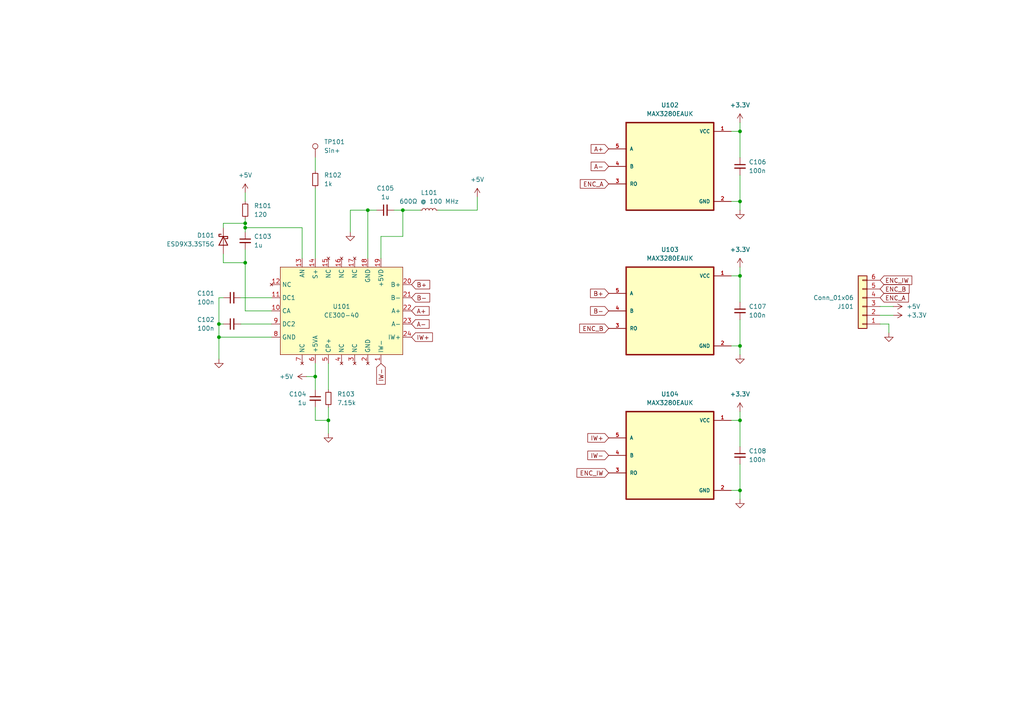
<source format=kicad_sch>
(kicad_sch (version 20230121) (generator eeschema)
  (paper "A4")
  (lib_symbols
    (symbol "ActiveImpactor_Encoder_Celera:CE300-40"
      (property "Reference" "U" (at 0 2.54 0))
      (property "Value" "CE300-40" (at 0 0 0))
      (symbol "CE300-40_1_1"
        (rectangle (start -17.78 12.7) (end 17.78 -12.7) (fill (type background)))
        (pin output line (at 11.43 -15.24 90) (length 2.54) (name "IW-") (number "1"))
        (pin passive line (at -20.32 0 0) (length 2.54) (name "CA") (number "10"))
        (pin passive line (at -20.32 3.81 0) (length 2.54) (name "DC1") (number "11"))
        (pin no_connect line (at -20.32 7.62 0) (length 2.54) (name "NC") (number "12"))
        (pin passive line (at -11.43 15.24 270) (length 2.54) (name "AN") (number "13"))
        (pin output line (at -7.62 15.24 270) (length 2.54) (name "S+") (number "14"))
        (pin no_connect line (at -3.81 15.24 270) (length 2.54) (name "NC") (number "15"))
        (pin no_connect line (at 0 15.24 270) (length 2.54) (name "NC") (number "16"))
        (pin no_connect line (at 3.81 15.24 270) (length 2.54) (name "NC") (number "17"))
        (pin power_in line (at 7.62 15.24 270) (length 2.54) (name "GND") (number "18"))
        (pin power_in line (at 11.43 15.24 270) (length 2.54) (name "+5VD") (number "19"))
        (pin no_connect line (at 7.62 -15.24 90) (length 2.54) (name "GND") (number "2"))
        (pin output line (at 20.32 7.62 180) (length 2.54) (name "B+") (number "20"))
        (pin output line (at 20.32 3.81 180) (length 2.54) (name "B-") (number "21"))
        (pin output line (at 20.32 0 180) (length 2.54) (name "A+") (number "22"))
        (pin output line (at 20.32 -3.81 180) (length 2.54) (name "A-") (number "23"))
        (pin output line (at 20.32 -7.62 180) (length 2.54) (name "IW+") (number "24"))
        (pin no_connect line (at 3.81 -15.24 90) (length 2.54) (name "NC") (number "3"))
        (pin no_connect line (at 0 -15.24 90) (length 2.54) (name "NC") (number "4"))
        (pin passive line (at -3.81 -15.24 90) (length 2.54) (name "CP+") (number "5"))
        (pin power_in line (at -7.62 -15.24 90) (length 2.54) (name "+5VA") (number "6"))
        (pin no_connect line (at -11.43 -15.24 90) (length 2.54) (name "NC") (number "7"))
        (pin power_in line (at -20.32 -7.62 0) (length 2.54) (name "GND") (number "8"))
        (pin passive line (at -20.32 -3.81 0) (length 2.54) (name "DC2") (number "9"))
      )
    )
    (symbol "ActiveImpactor_Encoder_Celera:MAX3280EAUK" (pin_names (offset 1.016))
      (property "Reference" "U" (at -12.7 13.7 0))
      (property "Value" "MAX3280EAUK" (at -12.7 -16.7 0))
      (symbol "MAX3280EAUK_0_0"
        (pin power_in line (at 17.78 10.16 180) (length 5.08) (name "VCC") (number "1"))
        (pin power_in line (at 17.78 -10.16 180) (length 5.08) (name "GND") (number "2"))
        (pin bidirectional line (at -17.78 -5.08 0) (length 5.08) (name "RO") (number "3"))
        (pin bidirectional line (at -17.78 0 0) (length 5.08) (name "B") (number "4"))
        (pin bidirectional line (at -17.78 5.08 0) (length 5.08) (name "A") (number "5"))
      )
      (symbol "MAX3280EAUK_1_0"
        (rectangle (start -12.7 12.7) (end 12.7 -12.7) (stroke (width 0.41)) (fill (type background)))
      )
    )
    (symbol "Connector:TestPoint" (pin_numbers hide) (pin_names (offset 0.762) hide)
      (property "Reference" "TP" (at 0 6.858 0))
      (property "Value" "TestPoint" (at 0 5.08 0))
      (symbol "TestPoint_0_1"
        (circle (center 0 3.302) (radius 0.762))
      )
      (symbol "TestPoint_1_1"
        (pin passive line (at 0 0 90) (length 2.54) (name "1") (number "1"))
      )
    )
    (symbol "Connector_Generic:Conn_01x06" (pin_names (offset 1.016) hide)
      (property "Reference" "J" (at 0 7.62 0))
      (property "Value" "Conn_01x06" (at 0 -10.16 0))
      (symbol "Conn_01x06_1_1"
        (rectangle (start -1.27 -7.493) (end 0 -7.747) (stroke (width 0.1524)))
        (rectangle (start -1.27 -4.953) (end 0 -5.207) (stroke (width 0.1524)))
        (rectangle (start -1.27 -2.413) (end 0 -2.667) (stroke (width 0.1524)))
        (rectangle (start -1.27 0.127) (end 0 -0.127) (stroke (width 0.1524)))
        (rectangle (start -1.27 2.667) (end 0 2.413) (stroke (width 0.1524)))
        (rectangle (start -1.27 5.207) (end 0 4.953) (stroke (width 0.1524)))
        (rectangle (start -1.27 6.35) (end 1.27 -8.89) (stroke (width 0.254)) (fill (type background)))
        (pin passive line (at -5.08 5.08 0) (length 3.81) (name "Pin_1") (number "1"))
        (pin passive line (at -5.08 2.54 0) (length 3.81) (name "Pin_2") (number "2"))
        (pin passive line (at -5.08 0 0) (length 3.81) (name "Pin_3") (number "3"))
        (pin passive line (at -5.08 -2.54 0) (length 3.81) (name "Pin_4") (number "4"))
        (pin passive line (at -5.08 -5.08 0) (length 3.81) (name "Pin_5") (number "5"))
        (pin passive line (at -5.08 -7.62 0) (length 3.81) (name "Pin_6") (number "6"))
      )
    )
    (symbol "Device:C_Small" (pin_numbers hide) (pin_names (offset 0.254) hide)
      (property "Reference" "C" (at 0.254 1.778 0))
      (property "Value" "C_Small" (at 0.254 -2.032 0))
      (symbol "C_Small_0_1"
        (polyline (pts (xy -1.524 -0.508) (xy 1.524 -0.508)) (stroke (width 0.3302)))
        (polyline (pts (xy -1.524 0.508) (xy 1.524 0.508)) (stroke (width 0.3048)))
      )
      (symbol "C_Small_1_1"
        (pin passive line (at 0 2.54 270) (length 2.032) (name "~") (number "1"))
        (pin passive line (at 0 -2.54 90) (length 2.032) (name "~") (number "2"))
      )
    )
    (symbol "Device:D_Schottky" (pin_numbers hide) (pin_names (offset 1.016) hide)
      (property "Reference" "D" (at 0 2.54 0))
      (property "Value" "D_Schottky" (at 0 -2.54 0))
      (symbol "D_Schottky_0_1"
        (polyline (pts (xy 1.27 0) (xy -1.27 0)))
        (polyline (pts (xy 1.27 1.27) (xy 1.27 -1.27) (xy -1.27 0) (xy 1.27 1.27)) (stroke (width 0.254)))
        (polyline (pts (xy -1.905 0.635) (xy -1.905 1.27) (xy -1.27 1.27) (xy -1.27 -1.27) (xy -0.635 -1.27) (xy -0.635 -0.635)) (stroke (width 0.254)))
      )
      (symbol "D_Schottky_1_1"
        (pin passive line (at -3.81 0 0) (length 2.54) (name "K") (number "1"))
        (pin passive line (at 3.81 0 180) (length 2.54) (name "A") (number "2"))
      )
    )
    (symbol "Device:L_Small" (pin_numbers hide) (pin_names (offset 0.254) hide)
      (property "Reference" "L" (at 0.762 1.016 0))
      (property "Value" "L_Small" (at 0.762 -1.016 0))
      (symbol "L_Small_0_1"
        (arc (start 0 -2.032) (mid 0.5058 -1.524) (end 0 -1.016))
        (arc (start 0 -1.016) (mid 0.5058 -0.508) (end 0 0))
        (arc (start 0 0) (mid 0.5058 0.508) (end 0 1.016))
        (arc (start 0 1.016) (mid 0.5058 1.524) (end 0 2.032))
      )
      (symbol "L_Small_1_1"
        (pin passive line (at 0 2.54 270) (length 0.508) (name "~") (number "1"))
        (pin passive line (at 0 -2.54 90) (length 0.508) (name "~") (number "2"))
      )
    )
    (symbol "Device:R_Small" (pin_numbers hide) (pin_names (offset 0.254) hide)
      (property "Reference" "R" (at 0.762 0.508 0))
      (property "Value" "R_Small" (at 0.762 -1.016 0))
      (symbol "R_Small_0_1"
        (rectangle (start -0.762 1.778) (end 0.762 -1.778) (stroke (width 0.2032)))
      )
      (symbol "R_Small_1_1"
        (pin passive line (at 0 2.54 270) (length 0.762) (name "~") (number "1"))
        (pin passive line (at 0 -2.54 90) (length 0.762) (name "~") (number "2"))
      )
    )
    (symbol "power:+3.3V" (power) (pin_names (offset 0))
      (property "Value" "+3.3V" (at 0 3.556 0))
      (symbol "+3.3V_0_1"
        (polyline (pts (xy -0.762 1.27) (xy 0 2.54)))
        (polyline (pts (xy 0 0) (xy 0 2.54)))
        (polyline (pts (xy 0 2.54) (xy 0.762 1.27)))
      )
      (symbol "+3.3V_1_1"
        (pin power_in line (at 0 0 90) (length 0) hide (name "+3.3V") (number "1"))
      )
    )
    (symbol "power:+5V" (power) (pin_names (offset 0))
      (property "Value" "+5V" (at 0 3.556 0))
      (symbol "+5V_0_1"
        (polyline (pts (xy -0.762 1.27) (xy 0 2.54)))
        (polyline (pts (xy 0 0) (xy 0 2.54)))
        (polyline (pts (xy 0 2.54) (xy 0.762 1.27)))
      )
      (symbol "+5V_1_1"
        (pin power_in line (at 0 0 90) (length 0) hide (name "+5V") (number "1"))
      )
    )
    (symbol "power:GND" (power) (pin_names (offset 0))
      (property "Value" "GND" (at 0 -3.81 0))
      (symbol "GND_0_1"
        (polyline (pts (xy 0 0) (xy 0 -1.27) (xy 1.27 -1.27) (xy 0 -2.54) (xy -1.27 -1.27) (xy 0 -1.27)))
      )
      (symbol "GND_1_1"
        (pin power_in line (at 0 0 270) (length 0) hide (name "GND") (number "1"))
      )
    )
  )
  (junction (at 214.63 80.01))
  (junction (at 116.84 60.96))
  (junction (at 214.63 142.24))
  (junction (at 214.63 58.42))
  (junction (at 214.63 121.92))
  (junction (at 63.5 97.79))
  (junction (at 71.12 64.77))
  (junction (at 106.68 60.96))
  (junction (at 214.63 100.33))
  (junction (at 214.63 38.1))
  (junction (at 71.12 66.04))
  (junction (at 63.5 93.98))
  (junction (at 95.25 121.92))
  (junction (at 91.44 109.22))
  (junction (at 71.12 76.2))
  (wire (pts (xy 87.63 66.04) (xy 71.12 66.04)))
  (wire (pts (xy 64.77 73.66) (xy 64.77 76.2)))
  (wire (pts (xy 88.9 109.22) (xy 91.44 109.22)))
  (wire (pts (xy 71.12 63.5) (xy 71.12 64.77)))
  (wire (pts (xy 214.63 92.71) (xy 214.63 100.33)))
  (wire (pts (xy 91.44 54.61) (xy 91.44 74.93)))
  (wire (pts (xy 138.43 60.96) (xy 127 60.96)))
  (wire (pts (xy 71.12 72.39) (xy 71.12 76.2)))
  (wire (pts (xy 69.85 86.36) (xy 78.74 86.36)))
  (wire (pts (xy 78.74 97.79) (xy 63.5 97.79)))
  (wire (pts (xy 64.77 64.77) (xy 71.12 64.77)))
  (wire (pts (xy 87.63 74.93) (xy 87.63 66.04)))
  (wire (pts (xy 114.3 60.96) (xy 116.84 60.96)))
  (wire (pts (xy 95.25 121.92) (xy 95.25 125.73)))
  (wire (pts (xy 106.68 60.96) (xy 106.68 74.93)))
  (wire (pts (xy 63.5 93.98) (xy 63.5 97.79)))
  (wire (pts (xy 138.43 57.15) (xy 138.43 60.96)))
  (wire (pts (xy 214.63 144.78) (xy 214.63 142.24)))
  (wire (pts (xy 214.63 38.1) (xy 212.09 38.1)))
  (wire (pts (xy 69.85 93.98) (xy 78.74 93.98)))
  (wire (pts (xy 101.6 60.96) (xy 101.6 67.31)))
  (wire (pts (xy 71.12 64.77) (xy 71.12 66.04)))
  (wire (pts (xy 214.63 50.8) (xy 214.63 58.42)))
  (wire (pts (xy 214.63 119.38) (xy 214.63 121.92)))
  (wire (pts (xy 63.5 93.98) (xy 64.77 93.98)))
  (wire (pts (xy 71.12 66.04) (xy 71.12 67.31)))
  (wire (pts (xy 64.77 66.04) (xy 64.77 64.77)))
  (wire (pts (xy 214.63 60.96) (xy 214.63 58.42)))
  (wire (pts (xy 255.27 93.98) (xy 257.81 93.98)))
  (wire (pts (xy 214.63 102.87) (xy 214.63 100.33)))
  (wire (pts (xy 116.84 60.96) (xy 121.92 60.96)))
  (wire (pts (xy 214.63 80.01) (xy 212.09 80.01)))
  (wire (pts (xy 63.5 86.36) (xy 64.77 86.36)))
  (wire (pts (xy 109.22 60.96) (xy 106.68 60.96)))
  (wire (pts (xy 91.44 105.41) (xy 91.44 109.22)))
  (wire (pts (xy 214.63 45.72) (xy 214.63 38.1)))
  (wire (pts (xy 257.81 93.98) (xy 257.81 96.52)))
  (wire (pts (xy 71.12 76.2) (xy 71.12 90.17)))
  (wire (pts (xy 214.63 142.24) (xy 212.09 142.24)))
  (wire (pts (xy 214.63 121.92) (xy 212.09 121.92)))
  (wire (pts (xy 106.68 60.96) (xy 101.6 60.96)))
  (wire (pts (xy 214.63 134.62) (xy 214.63 142.24)))
  (wire (pts (xy 255.27 91.44) (xy 259.08 91.44)))
  (wire (pts (xy 91.44 45.72) (xy 91.44 49.53)))
  (wire (pts (xy 91.44 109.22) (xy 91.44 113.03)))
  (wire (pts (xy 214.63 58.42) (xy 212.09 58.42)))
  (wire (pts (xy 95.25 105.41) (xy 95.25 113.03)))
  (wire (pts (xy 110.49 68.58) (xy 116.84 68.58)))
  (wire (pts (xy 71.12 90.17) (xy 78.74 90.17)))
  (wire (pts (xy 63.5 86.36) (xy 63.5 93.98)))
  (wire (pts (xy 255.27 88.9) (xy 259.08 88.9)))
  (wire (pts (xy 63.5 97.79) (xy 63.5 104.14)))
  (wire (pts (xy 214.63 100.33) (xy 212.09 100.33)))
  (wire (pts (xy 214.63 35.56) (xy 214.63 38.1)))
  (wire (pts (xy 214.63 87.63) (xy 214.63 80.01)))
  (wire (pts (xy 116.84 68.58) (xy 116.84 60.96)))
  (wire (pts (xy 214.63 129.54) (xy 214.63 121.92)))
  (wire (pts (xy 95.25 118.11) (xy 95.25 121.92)))
  (wire (pts (xy 64.77 76.2) (xy 71.12 76.2)))
  (wire (pts (xy 91.44 121.92) (xy 95.25 121.92)))
  (wire (pts (xy 91.44 118.11) (xy 91.44 121.92)))
  (wire (pts (xy 110.49 74.93) (xy 110.49 68.58)))
  (wire (pts (xy 71.12 55.88) (xy 71.12 58.42)))
  (wire (pts (xy 214.63 77.47) (xy 214.63 80.01)))
  (global_label "IW+" (shape input) (at 119.38 97.79 0) (property "Intersheetrefs" "${INTERSHEET_REFS}" (effects hide)))
  (global_label "ENC_B" (shape input) (at 255.27 83.82 0) (property "Intersheetrefs" "${INTERSHEET_REFS}" (effects hide)))
  (global_label "A-" (shape input) (at 176.53 48.26 180) (property "Intersheetrefs" "${INTERSHEET_REFS}" (effects hide)))
  (global_label "ENC_IW" (shape input) (at 255.27 81.28 0) (property "Intersheetrefs" "${INTERSHEET_REFS}" (effects hide)))
  (global_label "A+" (shape input) (at 119.38 90.17 0) (property "Intersheetrefs" "${INTERSHEET_REFS}" (effects hide)))
  (global_label "B-" (shape input) (at 176.53 90.17 180) (property "Intersheetrefs" "${INTERSHEET_REFS}" (effects hide)))
  (global_label "A+" (shape input) (at 176.53 43.18 180) (property "Intersheetrefs" "${INTERSHEET_REFS}" (effects hide)))
  (global_label "ENC_A" (shape input) (at 255.27 86.36 0) (property "Intersheetrefs" "${INTERSHEET_REFS}" (effects hide)))
  (global_label "B-" (shape input) (at 119.38 86.36 0) (property "Intersheetrefs" "${INTERSHEET_REFS}" (effects hide)))
  (global_label "ENC_B" (shape input) (at 176.53 95.25 180) (property "Intersheetrefs" "${INTERSHEET_REFS}" (effects hide)))
  (global_label "IW-" (shape input) (at 110.49 105.41 270) (property "Intersheetrefs" "${INTERSHEET_REFS}" (effects hide)))
  (global_label "B+" (shape input) (at 176.53 85.09 180) (property "Intersheetrefs" "${INTERSHEET_REFS}" (effects hide)))
  (global_label "B+" (shape input) (at 119.38 82.55 0) (property "Intersheetrefs" "${INTERSHEET_REFS}" (effects hide)))
  (global_label "ENC_IW" (shape input) (at 176.53 137.16 180) (property "Intersheetrefs" "${INTERSHEET_REFS}" (effects hide)))
  (global_label "IW-" (shape input) (at 176.53 132.08 180) (property "Intersheetrefs" "${INTERSHEET_REFS}" (effects hide)))
  (global_label "A-" (shape input) (at 119.38 93.98 0) (property "Intersheetrefs" "${INTERSHEET_REFS}" (effects hide)))
  (global_label "IW+" (shape input) (at 176.53 127 180) (property "Intersheetrefs" "${INTERSHEET_REFS}" (effects hide)))
  (global_label "ENC_A" (shape input) (at 176.53 53.34 180) (property "Intersheetrefs" "${INTERSHEET_REFS}" (effects hide)))
  (symbol (lib_id "Device:C_Small") (at 67.31 93.98 90) (unit 1)
    (property "Reference" "C102" (at 59.69 92.71 90))
    (property "Value" "100n" (at 59.69 95.25 90))
    (property "Footprint" "Capacitor_SMD:C_0402_1005Metric" (effects hide))
    (property "LCSC" "C1525" (effects hide))
  )
  (symbol (lib_id "Device:R_Small") (at 95.25 115.57 0) (unit 1)
    (property "Reference" "R103" (at 97.79 114.3 0) (effects (justify left)))
    (property "Value" "7.15k" (at 97.79 116.84 0) (effects (justify left)))
    (property "Footprint" "Resistor_SMD:R_0402_1005Metric" (effects hide))
    (property "LCSC" "C270586" (effects hide))
  )
  (symbol (lib_id "ActiveImpactor_Encoder_Celera:CE300-40") (at 99.06 90.17 0) (unit 1)
    (property "Reference" "U101" (at 99.06 88.9 0))
    (property "Value" "CE300-40" (at 99.06 91.44 0))
    (property "Footprint" "ActiveImpactor_Encoder_Celera:CE300-40" (effects hide))
  )
  (symbol (lib_id "Connector_Generic:Conn_01x06") (at 250.19 88.9 180) (unit 1)
    (property "Reference" "J101" (at 247.65 88.9 0) (effects (justify left)))
    (property "Value" "Conn_01x06" (at 247.65 86.36 0) (effects (justify left)))
    (property "Footprint" "Connector_JST:JST_SH_BM06B-SRSS-TB_1x06-1MP_P1.00mm_Vertical" (effects hide))
    (property "LCSC" "C160392" (effects hide))
  )
  (symbol (lib_id "ActiveImpactor_Encoder_Celera:MAX3280EAUK") (at 194.31 90.17 0) (unit 1)
    (property "Reference" "U103" (at 194.31 72.39 0))
    (property "Value" "MAX3280EAUK" (at 194.31 74.93 0))
    (property "Footprint" "Package_TO_SOT_SMD:SOT-23-5" (effects hide))
    (property "LCSC" "C131126" (effects hide))
  )
  (symbol (lib_id "power:+5V") (at 88.9 109.22 90) (unit 1)
    (property "Reference" "#PWR0103" (effects hide))
    (property "Value" "+5V" (at 85.09 109.22 90) (effects (justify left)))
  )
  (symbol (lib_id "Device:C_Small") (at 111.76 60.96 90) (unit 1)
    (property "Reference" "C105" (at 111.7663 54.61 90))
    (property "Value" "1u" (at 111.7663 57.15 90))
    (property "Footprint" "Capacitor_SMD:C_0603_1608Metric" (effects hide))
    (property "LCSC" "C15849" (effects hide))
  )
  (symbol (lib_id "ActiveImpactor_Encoder_Celera:MAX3280EAUK") (at 194.31 132.08 0) (unit 1)
    (property "Reference" "U104" (at 194.31 114.3 0))
    (property "Value" "MAX3280EAUK" (at 194.31 116.84 0))
    (property "Footprint" "Package_TO_SOT_SMD:SOT-23-5" (effects hide))
    (property "LCSC" "C131126" (effects hide))
  )
  (symbol (lib_id "power:GND") (at 63.5 104.14 0) (unit 1)
    (property "Reference" "#PWR0101" (effects hide))
    (property "Value" "GND" (effects hide))
  )
  (symbol (lib_id "power:+3.3V") (at 214.63 119.38 0) (unit 1)
    (property "Reference" "#PWR0111" (effects hide))
    (property "Value" "+3.3V" (at 214.63 114.3 0))
  )
  (symbol (lib_id "Device:R_Small") (at 71.12 60.96 0) (unit 1)
    (property "Reference" "R101" (at 73.66 59.69 0) (effects (justify left)))
    (property "Value" "120" (at 73.66 62.23 0) (effects (justify left)))
    (property "Footprint" "Resistor_SMD:R_0402_1005Metric" (effects hide))
    (property "LCSC" "C25079" (effects hide))
  )
  (symbol (lib_id "power:GND") (at 95.25 125.73 0) (unit 1)
    (property "Reference" "#PWR0104" (effects hide))
    (property "Value" "GND" (effects hide))
  )
  (symbol (lib_id "power:+3.3V") (at 214.63 77.47 0) (unit 1)
    (property "Reference" "#PWR0109" (effects hide))
    (property "Value" "+3.3V" (at 214.63 72.39 0))
  )
  (symbol (lib_id "power:GND") (at 214.63 60.96 0) (unit 1)
    (property "Reference" "#PWR0108" (effects hide))
    (property "Value" "GND" (effects hide))
  )
  (symbol (lib_id "power:GND") (at 214.63 144.78 0) (unit 1)
    (property "Reference" "#PWR0112" (effects hide))
    (property "Value" "GND" (effects hide))
  )
  (symbol (lib_id "Connector:TestPoint") (at 91.44 45.72 0) (unit 1)
    (property "Reference" "TP101" (at 93.98 41.148 0) (effects (justify left)))
    (property "Value" "Sin+" (at 93.98 43.688 0) (effects (justify left)))
    (property "Footprint" "TestPoint:TestPoint_Pad_D1.5mm" (effects hide))
  )
  (symbol (lib_id "Device:C_Small") (at 91.44 115.57 0) (mirror y) (unit 1)
    (property "Reference" "C104" (at 88.9 114.3063 0) (effects (justify left)))
    (property "Value" "1u" (at 88.9 116.8463 0) (effects (justify left)))
    (property "Footprint" "Capacitor_SMD:C_0603_1608Metric" (effects hide))
    (property "LCSC" "C15849" (effects hide))
  )
  (symbol (lib_id "Device:C_Small") (at 214.63 132.08 0) (unit 1)
    (property "Reference" "C108" (at 217.17 130.8163 0) (effects (justify left)))
    (property "Value" "100n" (at 217.17 133.3563 0) (effects (justify left)))
    (property "Footprint" "Capacitor_SMD:C_0402_1005Metric" (effects hide))
    (property "LCSC" "C1525" (effects hide))
  )
  (symbol (lib_id "power:GND") (at 214.63 102.87 0) (unit 1)
    (property "Reference" "#PWR0110" (effects hide))
    (property "Value" "GND" (effects hide))
  )
  (symbol (lib_id "power:GND") (at 257.81 96.52 0) (unit 1)
    (property "Reference" "#PWR0113" (effects hide))
    (property "Value" "GND" (effects hide))
  )
  (symbol (lib_id "power:GND") (at 101.6 67.31 0) (unit 1)
    (property "Reference" "#PWR0105" (effects hide))
    (property "Value" "GND" (effects hide))
  )
  (symbol (lib_id "Device:C_Small") (at 67.31 86.36 90) (unit 1)
    (property "Reference" "C101" (at 59.69 85.09 90))
    (property "Value" "100n" (at 59.69 87.63 90))
    (property "Footprint" "Capacitor_SMD:C_0402_1005Metric" (effects hide))
    (property "LCSC" "C1525" (effects hide))
  )
  (symbol (lib_id "power:+3.3V") (at 259.08 91.44 270) (unit 1)
    (property "Reference" "#PWR0115" (effects hide))
    (property "Value" "+3.3V" (at 262.89 91.44 90) (effects (justify left)))
  )
  (symbol (lib_id "power:+5V") (at 259.08 88.9 270) (unit 1)
    (property "Reference" "#PWR0114" (effects hide))
    (property "Value" "+5V" (at 262.89 88.9 90) (effects (justify left)))
  )
  (symbol (lib_id "ActiveImpactor_Encoder_Celera:MAX3280EAUK") (at 194.31 48.26 0) (unit 1)
    (property "Reference" "U102" (at 194.31 30.48 0))
    (property "Value" "MAX3280EAUK" (at 194.31 33.02 0))
    (property "Footprint" "Package_TO_SOT_SMD:SOT-23-5" (effects hide))
    (property "LCSC" "C131126" (effects hide))
  )
  (symbol (lib_id "Device:C_Small") (at 214.63 48.26 0) (unit 1)
    (property "Reference" "C106" (at 217.17 46.9963 0) (effects (justify left)))
    (property "Value" "100n" (at 217.17 49.5363 0) (effects (justify left)))
    (property "Footprint" "Capacitor_SMD:C_0402_1005Metric" (effects hide))
    (property "LCSC" "C1525" (effects hide))
  )
  (symbol (lib_id "power:+5V") (at 138.43 57.15 0) (unit 1)
    (property "Reference" "#PWR0106" (effects hide))
    (property "Value" "+5V" (at 138.43 52.07 0))
  )
  (symbol (lib_id "Device:C_Small") (at 214.63 90.17 0) (unit 1)
    (property "Reference" "C107" (at 217.17 88.9063 0) (effects (justify left)))
    (property "Value" "100n" (at 217.17 91.4463 0) (effects (justify left)))
    (property "Footprint" "Capacitor_SMD:C_0402_1005Metric" (effects hide))
    (property "LCSC" "C1525" (effects hide))
  )
  (symbol (lib_id "Device:L_Small") (at 124.46 60.96 90) (unit 1)
    (property "Reference" "L101" (at 124.46 55.88 90))
    (property "Value" "600Ω @ 100 MHz" (at 124.46 58.42 90))
    (property "Footprint" "Inductor_SMD:L_0603_1608Metric" (effects hide))
    (property "LCSC" "C19330" (effects hide))
  )
  (symbol (lib_id "power:+3.3V") (at 214.63 35.56 0) (unit 1)
    (property "Reference" "#PWR0107" (effects hide))
    (property "Value" "+3.3V" (at 214.63 30.48 0))
  )
  (symbol (lib_id "power:+5V") (at 71.12 55.88 0) (unit 1)
    (property "Reference" "#PWR0102" (effects hide))
    (property "Value" "+5V" (at 71.12 50.8 0))
  )
  (symbol (lib_id "Device:D_Schottky") (at 64.77 69.85 90) (mirror x) (unit 1)
    (property "Reference" "D101" (at 62.23 68.2625 90) (effects (justify left)))
    (property "Value" "ESD9X3.3ST5G" (at 62.23 70.8025 90) (effects (justify left)))
    (property "Footprint" "Diode_SMD:D_SOD-923" (effects hide))
    (property "LCSC" "C130456" (effects hide))
  )
  (symbol (lib_id "Device:R_Small") (at 91.44 52.07 180) (unit 1)
    (property "Reference" "R102" (at 93.98 50.8 0) (effects (justify right)))
    (property "Value" "1k" (at 93.98 53.34 0) (effects (justify right)))
    (property "Footprint" "Resistor_SMD:R_0402_1005Metric" (effects hide))
    (property "LCSC" "C11702" (effects hide))
  )
  (symbol (lib_id "Device:C_Small") (at 71.12 69.85 0) (unit 1)
    (property "Reference" "C103" (at 73.66 68.5863 0) (effects (justify left)))
    (property "Value" "1u" (at 73.66 71.1263 0) (effects (justify left)))
    (property "Footprint" "Capacitor_SMD:C_0603_1608Metric" (effects hide))
    (property "LCSC" "C15849" (effects hide))
  )
)
</source>
